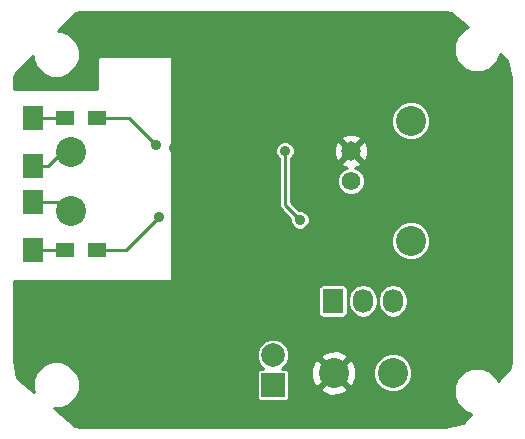
<source format=gbl>
G04 #@! TF.FileFunction,Copper,L2,Bot,Signal*
%FSLAX46Y46*%
G04 Gerber Fmt 4.6, Leading zero omitted, Abs format (unit mm)*
G04 Created by KiCad (PCBNEW 4.0.1-stable) date 11/25/2016 8:33:30 PM*
%MOMM*%
G01*
G04 APERTURE LIST*
%ADD10C,0.150000*%
%ADD11R,1.700000X2.000000*%
%ADD12R,1.500000X1.300000*%
%ADD13C,2.540000*%
%ADD14R,2.000000X2.000000*%
%ADD15C,2.000000*%
%ADD16C,1.574800*%
%ADD17C,1.651000*%
%ADD18R,1.727200X2.032000*%
%ADD19O,1.727200X2.032000*%
%ADD20C,0.889000*%
%ADD21C,0.254000*%
G04 APERTURE END LIST*
D10*
D11*
X2032000Y-9430000D03*
X2032000Y-13430000D03*
X2032000Y-20542000D03*
X2032000Y-16542000D03*
D12*
X7446000Y-9398000D03*
X4746000Y-9398000D03*
X7446000Y-20574000D03*
X4746000Y-20574000D03*
D13*
X32512000Y-30988000D03*
X27512000Y-30988000D03*
X5240000Y-17242000D03*
X5240000Y-12242000D03*
D14*
X22352000Y-32004000D03*
D15*
X22352000Y-29464000D03*
D16*
X28956000Y-14732000D03*
D17*
X28956000Y-12192000D03*
D13*
X34036000Y-9652000D03*
X34036000Y-19812000D03*
D18*
X27432000Y-24892000D03*
D19*
X29972000Y-24892000D03*
X32512000Y-24892000D03*
D20*
X14478000Y-30988000D03*
X7620000Y-28448000D03*
X15240000Y-22860000D03*
X24638000Y-8128000D03*
X16764000Y-17780000D03*
X13970000Y-11938000D03*
X17018000Y-8890000D03*
X21590000Y-12700000D03*
X24638000Y-20828000D03*
X15875000Y-33655000D03*
X12446000Y-11684000D03*
X12700000Y-17780000D03*
X23368000Y-12192000D03*
X24638000Y-18034000D03*
D21*
X2032000Y-9430000D02*
X4714000Y-9430000D01*
X4714000Y-9430000D02*
X4746000Y-9398000D01*
X2032000Y-20542000D02*
X4714000Y-20542000D01*
X4714000Y-20542000D02*
X4746000Y-20574000D01*
X7446000Y-9398000D02*
X10160000Y-9398000D01*
X10160000Y-9398000D02*
X12446000Y-11684000D01*
X7446000Y-20574000D02*
X9906000Y-20574000D01*
X9906000Y-20574000D02*
X12700000Y-17780000D01*
X23368000Y-16764000D02*
X23368000Y-12192000D01*
X24638000Y-18034000D02*
X23368000Y-16764000D01*
X5240000Y-12242000D02*
X4522000Y-12242000D01*
X4522000Y-12242000D02*
X3334000Y-13430000D01*
X3334000Y-13430000D02*
X2032000Y-13430000D01*
X5322000Y-12160000D02*
X5240000Y-12242000D01*
X2032000Y-16542000D02*
X3334000Y-16542000D01*
X3366000Y-16510000D02*
X4508000Y-16510000D01*
X3334000Y-16542000D02*
X3366000Y-16510000D01*
X4508000Y-16510000D02*
X5240000Y-17242000D01*
X5810000Y-17812000D02*
X5240000Y-17242000D01*
G36*
X37452156Y-542113D02*
X38870363Y-1723952D01*
X38503320Y-1875611D01*
X37945569Y-2432389D01*
X37643345Y-3160226D01*
X37642657Y-3948316D01*
X37943611Y-4676680D01*
X38500389Y-5234431D01*
X39228226Y-5536655D01*
X40016316Y-5537343D01*
X40744680Y-5236389D01*
X41302431Y-4679611D01*
X41588998Y-3989481D01*
X42197505Y-4496571D01*
X42505000Y-6042453D01*
X42505000Y-29957547D01*
X42390541Y-30532970D01*
X41427320Y-31688836D01*
X41304389Y-31391320D01*
X40747611Y-30833569D01*
X40019774Y-30531345D01*
X39231684Y-30530657D01*
X38503320Y-30831611D01*
X37945569Y-31388389D01*
X37643345Y-32116226D01*
X37642657Y-32904316D01*
X37943611Y-33632680D01*
X38500389Y-34190431D01*
X39126132Y-34450262D01*
X38452215Y-35258962D01*
X36893552Y-35569000D01*
X6042453Y-35569000D01*
X5567909Y-35474607D01*
X3775345Y-33980804D01*
X4392316Y-33981343D01*
X5120680Y-33680389D01*
X5678431Y-33123611D01*
X5980655Y-32395774D01*
X5981343Y-31607684D01*
X5731906Y-31004000D01*
X20963536Y-31004000D01*
X20963536Y-33004000D01*
X20990103Y-33145190D01*
X21073546Y-33274865D01*
X21200866Y-33361859D01*
X21352000Y-33392464D01*
X23352000Y-33392464D01*
X23493190Y-33365897D01*
X23622865Y-33282454D01*
X23709859Y-33155134D01*
X23740464Y-33004000D01*
X23740464Y-32335777D01*
X26343828Y-32335777D01*
X26475520Y-32630657D01*
X27183036Y-32902261D01*
X27940632Y-32882436D01*
X28548480Y-32630657D01*
X28680172Y-32335777D01*
X27512000Y-31167605D01*
X26343828Y-32335777D01*
X23740464Y-32335777D01*
X23740464Y-31004000D01*
X23713897Y-30862810D01*
X23630454Y-30733135D01*
X23522007Y-30659036D01*
X25597739Y-30659036D01*
X25617564Y-31416632D01*
X25869343Y-32024480D01*
X26164223Y-32156172D01*
X27332395Y-30988000D01*
X27691605Y-30988000D01*
X28859777Y-32156172D01*
X29154657Y-32024480D01*
X29426261Y-31316964D01*
X29426209Y-31314963D01*
X30860714Y-31314963D01*
X31111534Y-31921995D01*
X31575563Y-32386834D01*
X32182155Y-32638713D01*
X32838963Y-32639286D01*
X33445995Y-32388466D01*
X33910834Y-31924437D01*
X34162713Y-31317845D01*
X34163286Y-30661037D01*
X33912466Y-30054005D01*
X33448437Y-29589166D01*
X32841845Y-29337287D01*
X32185037Y-29336714D01*
X31578005Y-29587534D01*
X31113166Y-30051563D01*
X30861287Y-30658155D01*
X30860714Y-31314963D01*
X29426209Y-31314963D01*
X29406436Y-30559368D01*
X29154657Y-29951520D01*
X28859777Y-29819828D01*
X27691605Y-30988000D01*
X27332395Y-30988000D01*
X26164223Y-29819828D01*
X25869343Y-29951520D01*
X25597739Y-30659036D01*
X23522007Y-30659036D01*
X23503134Y-30646141D01*
X23352000Y-30615536D01*
X23153187Y-30615536D01*
X23522072Y-30247295D01*
X23732759Y-29739903D01*
X23732846Y-29640223D01*
X26343828Y-29640223D01*
X27512000Y-30808395D01*
X28680172Y-29640223D01*
X28548480Y-29345343D01*
X27840964Y-29073739D01*
X27083368Y-29093564D01*
X26475520Y-29345343D01*
X26343828Y-29640223D01*
X23732846Y-29640223D01*
X23733239Y-29190507D01*
X23523437Y-28682749D01*
X23135295Y-28293928D01*
X22627903Y-28083241D01*
X22078507Y-28082761D01*
X21570749Y-28292563D01*
X21181928Y-28680705D01*
X20971241Y-29188097D01*
X20970761Y-29737493D01*
X21180563Y-30245251D01*
X21550201Y-30615536D01*
X21352000Y-30615536D01*
X21210810Y-30642103D01*
X21081135Y-30725546D01*
X20994141Y-30852866D01*
X20963536Y-31004000D01*
X5731906Y-31004000D01*
X5680389Y-30879320D01*
X5123611Y-30321569D01*
X4395774Y-30019345D01*
X3607684Y-30018657D01*
X2879320Y-30319611D01*
X2321569Y-30876389D01*
X2019345Y-31604226D01*
X2018657Y-32392316D01*
X2097166Y-32582322D01*
X725778Y-31439498D01*
X431000Y-29957552D01*
X431000Y-23876000D01*
X26179936Y-23876000D01*
X26179936Y-25908000D01*
X26206503Y-26049190D01*
X26289946Y-26178865D01*
X26417266Y-26265859D01*
X26568400Y-26296464D01*
X28295600Y-26296464D01*
X28436790Y-26269897D01*
X28566465Y-26186454D01*
X28653459Y-26059134D01*
X28684064Y-25908000D01*
X28684064Y-24712231D01*
X28727400Y-24712231D01*
X28727400Y-25071769D01*
X28822140Y-25548057D01*
X29091935Y-25951834D01*
X29495712Y-26221629D01*
X29972000Y-26316369D01*
X30448288Y-26221629D01*
X30852065Y-25951834D01*
X31121860Y-25548057D01*
X31216600Y-25071769D01*
X31216600Y-24712231D01*
X31267400Y-24712231D01*
X31267400Y-25071769D01*
X31362140Y-25548057D01*
X31631935Y-25951834D01*
X32035712Y-26221629D01*
X32512000Y-26316369D01*
X32988288Y-26221629D01*
X33392065Y-25951834D01*
X33661860Y-25548057D01*
X33756600Y-25071769D01*
X33756600Y-24712231D01*
X33661860Y-24235943D01*
X33392065Y-23832166D01*
X32988288Y-23562371D01*
X32512000Y-23467631D01*
X32035712Y-23562371D01*
X31631935Y-23832166D01*
X31362140Y-24235943D01*
X31267400Y-24712231D01*
X31216600Y-24712231D01*
X31121860Y-24235943D01*
X30852065Y-23832166D01*
X30448288Y-23562371D01*
X29972000Y-23467631D01*
X29495712Y-23562371D01*
X29091935Y-23832166D01*
X28822140Y-24235943D01*
X28727400Y-24712231D01*
X28684064Y-24712231D01*
X28684064Y-23876000D01*
X28657497Y-23734810D01*
X28574054Y-23605135D01*
X28446734Y-23518141D01*
X28295600Y-23487536D01*
X26568400Y-23487536D01*
X26427210Y-23514103D01*
X26297535Y-23597546D01*
X26210541Y-23724866D01*
X26179936Y-23876000D01*
X431000Y-23876000D01*
X431000Y-23241000D01*
X13716000Y-23241000D01*
X13762159Y-23232315D01*
X13804553Y-23205035D01*
X13832994Y-23163410D01*
X13843000Y-23114000D01*
X13843000Y-20138963D01*
X32384714Y-20138963D01*
X32635534Y-20745995D01*
X33099563Y-21210834D01*
X33706155Y-21462713D01*
X34362963Y-21463286D01*
X34969995Y-21212466D01*
X35434834Y-20748437D01*
X35686713Y-20141845D01*
X35687286Y-19485037D01*
X35436466Y-18878005D01*
X34972437Y-18413166D01*
X34365845Y-18161287D01*
X33709037Y-18160714D01*
X33102005Y-18411534D01*
X32637166Y-18875563D01*
X32385287Y-19482155D01*
X32384714Y-20138963D01*
X13843000Y-20138963D01*
X13843000Y-12355482D01*
X22542357Y-12355482D01*
X22667767Y-12658998D01*
X22860000Y-12851567D01*
X22860000Y-16764000D01*
X22898669Y-16958403D01*
X23008790Y-17123210D01*
X23812593Y-17927013D01*
X23812357Y-18197482D01*
X23937767Y-18500998D01*
X24169781Y-18733417D01*
X24473077Y-18859357D01*
X24801482Y-18859643D01*
X25104998Y-18734233D01*
X25337417Y-18502219D01*
X25463357Y-18198923D01*
X25463643Y-17870518D01*
X25338233Y-17567002D01*
X25106219Y-17334583D01*
X24802923Y-17208643D01*
X24530826Y-17208406D01*
X23876000Y-16553580D01*
X23876000Y-14963389D01*
X27787398Y-14963389D01*
X27964901Y-15392981D01*
X28293291Y-15721943D01*
X28722571Y-15900196D01*
X29187389Y-15900602D01*
X29616981Y-15723099D01*
X29945943Y-15394709D01*
X30124196Y-14965429D01*
X30124602Y-14500611D01*
X29947099Y-14071019D01*
X29618709Y-13742057D01*
X29340318Y-13626459D01*
X29725344Y-13466976D01*
X29802610Y-13218215D01*
X28956000Y-12371605D01*
X28109390Y-13218215D01*
X28186656Y-13466976D01*
X28598227Y-13615618D01*
X28295019Y-13740901D01*
X27966057Y-14069291D01*
X27787804Y-14498571D01*
X27787398Y-14963389D01*
X23876000Y-14963389D01*
X23876000Y-12851302D01*
X24067417Y-12660219D01*
X24193357Y-12356923D01*
X24193643Y-12028518D01*
X24169105Y-11969131D01*
X27483660Y-11969131D01*
X27510447Y-12549535D01*
X27681024Y-12961344D01*
X27929785Y-13038610D01*
X28776395Y-12192000D01*
X29135605Y-12192000D01*
X29982215Y-13038610D01*
X30230976Y-12961344D01*
X30428340Y-12414869D01*
X30401553Y-11834465D01*
X30230976Y-11422656D01*
X29982215Y-11345390D01*
X29135605Y-12192000D01*
X28776395Y-12192000D01*
X27929785Y-11345390D01*
X27681024Y-11422656D01*
X27483660Y-11969131D01*
X24169105Y-11969131D01*
X24068233Y-11725002D01*
X23836219Y-11492583D01*
X23532923Y-11366643D01*
X23204518Y-11366357D01*
X22901002Y-11491767D01*
X22668583Y-11723781D01*
X22542643Y-12027077D01*
X22542357Y-12355482D01*
X13843000Y-12355482D01*
X13843000Y-11165785D01*
X28109390Y-11165785D01*
X28956000Y-12012395D01*
X29802610Y-11165785D01*
X29725344Y-10917024D01*
X29178869Y-10719660D01*
X28598465Y-10746447D01*
X28186656Y-10917024D01*
X28109390Y-11165785D01*
X13843000Y-11165785D01*
X13843000Y-9978963D01*
X32384714Y-9978963D01*
X32635534Y-10585995D01*
X33099563Y-11050834D01*
X33706155Y-11302713D01*
X34362963Y-11303286D01*
X34969995Y-11052466D01*
X35434834Y-10588437D01*
X35686713Y-9981845D01*
X35687286Y-9325037D01*
X35436466Y-8718005D01*
X34972437Y-8253166D01*
X34365845Y-8001287D01*
X33709037Y-8000714D01*
X33102005Y-8251534D01*
X32637166Y-8715563D01*
X32385287Y-9322155D01*
X32384714Y-9978963D01*
X13843000Y-9978963D01*
X13843000Y-4318000D01*
X13834315Y-4271841D01*
X13807035Y-4229447D01*
X13765410Y-4201006D01*
X13716000Y-4191000D01*
X7620000Y-4191000D01*
X7573841Y-4199685D01*
X7531447Y-4226965D01*
X7503006Y-4268590D01*
X7493000Y-4318000D01*
X7493000Y-6985000D01*
X431000Y-6985000D01*
X431000Y-6042448D01*
X503962Y-5675644D01*
X2018859Y-4160747D01*
X2018657Y-4392316D01*
X2319611Y-5120680D01*
X2876389Y-5678431D01*
X3604226Y-5980655D01*
X4392316Y-5981343D01*
X5120680Y-5680389D01*
X5678431Y-5123611D01*
X5980655Y-4395774D01*
X5981343Y-3607684D01*
X5680389Y-2879320D01*
X5123611Y-2321569D01*
X4395774Y-2019345D01*
X4160466Y-2019140D01*
X5675643Y-503963D01*
X6042453Y-431000D01*
X36893552Y-431000D01*
X37452156Y-542113D01*
X37452156Y-542113D01*
G37*
X37452156Y-542113D02*
X38870363Y-1723952D01*
X38503320Y-1875611D01*
X37945569Y-2432389D01*
X37643345Y-3160226D01*
X37642657Y-3948316D01*
X37943611Y-4676680D01*
X38500389Y-5234431D01*
X39228226Y-5536655D01*
X40016316Y-5537343D01*
X40744680Y-5236389D01*
X41302431Y-4679611D01*
X41588998Y-3989481D01*
X42197505Y-4496571D01*
X42505000Y-6042453D01*
X42505000Y-29957547D01*
X42390541Y-30532970D01*
X41427320Y-31688836D01*
X41304389Y-31391320D01*
X40747611Y-30833569D01*
X40019774Y-30531345D01*
X39231684Y-30530657D01*
X38503320Y-30831611D01*
X37945569Y-31388389D01*
X37643345Y-32116226D01*
X37642657Y-32904316D01*
X37943611Y-33632680D01*
X38500389Y-34190431D01*
X39126132Y-34450262D01*
X38452215Y-35258962D01*
X36893552Y-35569000D01*
X6042453Y-35569000D01*
X5567909Y-35474607D01*
X3775345Y-33980804D01*
X4392316Y-33981343D01*
X5120680Y-33680389D01*
X5678431Y-33123611D01*
X5980655Y-32395774D01*
X5981343Y-31607684D01*
X5731906Y-31004000D01*
X20963536Y-31004000D01*
X20963536Y-33004000D01*
X20990103Y-33145190D01*
X21073546Y-33274865D01*
X21200866Y-33361859D01*
X21352000Y-33392464D01*
X23352000Y-33392464D01*
X23493190Y-33365897D01*
X23622865Y-33282454D01*
X23709859Y-33155134D01*
X23740464Y-33004000D01*
X23740464Y-32335777D01*
X26343828Y-32335777D01*
X26475520Y-32630657D01*
X27183036Y-32902261D01*
X27940632Y-32882436D01*
X28548480Y-32630657D01*
X28680172Y-32335777D01*
X27512000Y-31167605D01*
X26343828Y-32335777D01*
X23740464Y-32335777D01*
X23740464Y-31004000D01*
X23713897Y-30862810D01*
X23630454Y-30733135D01*
X23522007Y-30659036D01*
X25597739Y-30659036D01*
X25617564Y-31416632D01*
X25869343Y-32024480D01*
X26164223Y-32156172D01*
X27332395Y-30988000D01*
X27691605Y-30988000D01*
X28859777Y-32156172D01*
X29154657Y-32024480D01*
X29426261Y-31316964D01*
X29426209Y-31314963D01*
X30860714Y-31314963D01*
X31111534Y-31921995D01*
X31575563Y-32386834D01*
X32182155Y-32638713D01*
X32838963Y-32639286D01*
X33445995Y-32388466D01*
X33910834Y-31924437D01*
X34162713Y-31317845D01*
X34163286Y-30661037D01*
X33912466Y-30054005D01*
X33448437Y-29589166D01*
X32841845Y-29337287D01*
X32185037Y-29336714D01*
X31578005Y-29587534D01*
X31113166Y-30051563D01*
X30861287Y-30658155D01*
X30860714Y-31314963D01*
X29426209Y-31314963D01*
X29406436Y-30559368D01*
X29154657Y-29951520D01*
X28859777Y-29819828D01*
X27691605Y-30988000D01*
X27332395Y-30988000D01*
X26164223Y-29819828D01*
X25869343Y-29951520D01*
X25597739Y-30659036D01*
X23522007Y-30659036D01*
X23503134Y-30646141D01*
X23352000Y-30615536D01*
X23153187Y-30615536D01*
X23522072Y-30247295D01*
X23732759Y-29739903D01*
X23732846Y-29640223D01*
X26343828Y-29640223D01*
X27512000Y-30808395D01*
X28680172Y-29640223D01*
X28548480Y-29345343D01*
X27840964Y-29073739D01*
X27083368Y-29093564D01*
X26475520Y-29345343D01*
X26343828Y-29640223D01*
X23732846Y-29640223D01*
X23733239Y-29190507D01*
X23523437Y-28682749D01*
X23135295Y-28293928D01*
X22627903Y-28083241D01*
X22078507Y-28082761D01*
X21570749Y-28292563D01*
X21181928Y-28680705D01*
X20971241Y-29188097D01*
X20970761Y-29737493D01*
X21180563Y-30245251D01*
X21550201Y-30615536D01*
X21352000Y-30615536D01*
X21210810Y-30642103D01*
X21081135Y-30725546D01*
X20994141Y-30852866D01*
X20963536Y-31004000D01*
X5731906Y-31004000D01*
X5680389Y-30879320D01*
X5123611Y-30321569D01*
X4395774Y-30019345D01*
X3607684Y-30018657D01*
X2879320Y-30319611D01*
X2321569Y-30876389D01*
X2019345Y-31604226D01*
X2018657Y-32392316D01*
X2097166Y-32582322D01*
X725778Y-31439498D01*
X431000Y-29957552D01*
X431000Y-23876000D01*
X26179936Y-23876000D01*
X26179936Y-25908000D01*
X26206503Y-26049190D01*
X26289946Y-26178865D01*
X26417266Y-26265859D01*
X26568400Y-26296464D01*
X28295600Y-26296464D01*
X28436790Y-26269897D01*
X28566465Y-26186454D01*
X28653459Y-26059134D01*
X28684064Y-25908000D01*
X28684064Y-24712231D01*
X28727400Y-24712231D01*
X28727400Y-25071769D01*
X28822140Y-25548057D01*
X29091935Y-25951834D01*
X29495712Y-26221629D01*
X29972000Y-26316369D01*
X30448288Y-26221629D01*
X30852065Y-25951834D01*
X31121860Y-25548057D01*
X31216600Y-25071769D01*
X31216600Y-24712231D01*
X31267400Y-24712231D01*
X31267400Y-25071769D01*
X31362140Y-25548057D01*
X31631935Y-25951834D01*
X32035712Y-26221629D01*
X32512000Y-26316369D01*
X32988288Y-26221629D01*
X33392065Y-25951834D01*
X33661860Y-25548057D01*
X33756600Y-25071769D01*
X33756600Y-24712231D01*
X33661860Y-24235943D01*
X33392065Y-23832166D01*
X32988288Y-23562371D01*
X32512000Y-23467631D01*
X32035712Y-23562371D01*
X31631935Y-23832166D01*
X31362140Y-24235943D01*
X31267400Y-24712231D01*
X31216600Y-24712231D01*
X31121860Y-24235943D01*
X30852065Y-23832166D01*
X30448288Y-23562371D01*
X29972000Y-23467631D01*
X29495712Y-23562371D01*
X29091935Y-23832166D01*
X28822140Y-24235943D01*
X28727400Y-24712231D01*
X28684064Y-24712231D01*
X28684064Y-23876000D01*
X28657497Y-23734810D01*
X28574054Y-23605135D01*
X28446734Y-23518141D01*
X28295600Y-23487536D01*
X26568400Y-23487536D01*
X26427210Y-23514103D01*
X26297535Y-23597546D01*
X26210541Y-23724866D01*
X26179936Y-23876000D01*
X431000Y-23876000D01*
X431000Y-23241000D01*
X13716000Y-23241000D01*
X13762159Y-23232315D01*
X13804553Y-23205035D01*
X13832994Y-23163410D01*
X13843000Y-23114000D01*
X13843000Y-20138963D01*
X32384714Y-20138963D01*
X32635534Y-20745995D01*
X33099563Y-21210834D01*
X33706155Y-21462713D01*
X34362963Y-21463286D01*
X34969995Y-21212466D01*
X35434834Y-20748437D01*
X35686713Y-20141845D01*
X35687286Y-19485037D01*
X35436466Y-18878005D01*
X34972437Y-18413166D01*
X34365845Y-18161287D01*
X33709037Y-18160714D01*
X33102005Y-18411534D01*
X32637166Y-18875563D01*
X32385287Y-19482155D01*
X32384714Y-20138963D01*
X13843000Y-20138963D01*
X13843000Y-12355482D01*
X22542357Y-12355482D01*
X22667767Y-12658998D01*
X22860000Y-12851567D01*
X22860000Y-16764000D01*
X22898669Y-16958403D01*
X23008790Y-17123210D01*
X23812593Y-17927013D01*
X23812357Y-18197482D01*
X23937767Y-18500998D01*
X24169781Y-18733417D01*
X24473077Y-18859357D01*
X24801482Y-18859643D01*
X25104998Y-18734233D01*
X25337417Y-18502219D01*
X25463357Y-18198923D01*
X25463643Y-17870518D01*
X25338233Y-17567002D01*
X25106219Y-17334583D01*
X24802923Y-17208643D01*
X24530826Y-17208406D01*
X23876000Y-16553580D01*
X23876000Y-14963389D01*
X27787398Y-14963389D01*
X27964901Y-15392981D01*
X28293291Y-15721943D01*
X28722571Y-15900196D01*
X29187389Y-15900602D01*
X29616981Y-15723099D01*
X29945943Y-15394709D01*
X30124196Y-14965429D01*
X30124602Y-14500611D01*
X29947099Y-14071019D01*
X29618709Y-13742057D01*
X29340318Y-13626459D01*
X29725344Y-13466976D01*
X29802610Y-13218215D01*
X28956000Y-12371605D01*
X28109390Y-13218215D01*
X28186656Y-13466976D01*
X28598227Y-13615618D01*
X28295019Y-13740901D01*
X27966057Y-14069291D01*
X27787804Y-14498571D01*
X27787398Y-14963389D01*
X23876000Y-14963389D01*
X23876000Y-12851302D01*
X24067417Y-12660219D01*
X24193357Y-12356923D01*
X24193643Y-12028518D01*
X24169105Y-11969131D01*
X27483660Y-11969131D01*
X27510447Y-12549535D01*
X27681024Y-12961344D01*
X27929785Y-13038610D01*
X28776395Y-12192000D01*
X29135605Y-12192000D01*
X29982215Y-13038610D01*
X30230976Y-12961344D01*
X30428340Y-12414869D01*
X30401553Y-11834465D01*
X30230976Y-11422656D01*
X29982215Y-11345390D01*
X29135605Y-12192000D01*
X28776395Y-12192000D01*
X27929785Y-11345390D01*
X27681024Y-11422656D01*
X27483660Y-11969131D01*
X24169105Y-11969131D01*
X24068233Y-11725002D01*
X23836219Y-11492583D01*
X23532923Y-11366643D01*
X23204518Y-11366357D01*
X22901002Y-11491767D01*
X22668583Y-11723781D01*
X22542643Y-12027077D01*
X22542357Y-12355482D01*
X13843000Y-12355482D01*
X13843000Y-11165785D01*
X28109390Y-11165785D01*
X28956000Y-12012395D01*
X29802610Y-11165785D01*
X29725344Y-10917024D01*
X29178869Y-10719660D01*
X28598465Y-10746447D01*
X28186656Y-10917024D01*
X28109390Y-11165785D01*
X13843000Y-11165785D01*
X13843000Y-9978963D01*
X32384714Y-9978963D01*
X32635534Y-10585995D01*
X33099563Y-11050834D01*
X33706155Y-11302713D01*
X34362963Y-11303286D01*
X34969995Y-11052466D01*
X35434834Y-10588437D01*
X35686713Y-9981845D01*
X35687286Y-9325037D01*
X35436466Y-8718005D01*
X34972437Y-8253166D01*
X34365845Y-8001287D01*
X33709037Y-8000714D01*
X33102005Y-8251534D01*
X32637166Y-8715563D01*
X32385287Y-9322155D01*
X32384714Y-9978963D01*
X13843000Y-9978963D01*
X13843000Y-4318000D01*
X13834315Y-4271841D01*
X13807035Y-4229447D01*
X13765410Y-4201006D01*
X13716000Y-4191000D01*
X7620000Y-4191000D01*
X7573841Y-4199685D01*
X7531447Y-4226965D01*
X7503006Y-4268590D01*
X7493000Y-4318000D01*
X7493000Y-6985000D01*
X431000Y-6985000D01*
X431000Y-6042448D01*
X503962Y-5675644D01*
X2018859Y-4160747D01*
X2018657Y-4392316D01*
X2319611Y-5120680D01*
X2876389Y-5678431D01*
X3604226Y-5980655D01*
X4392316Y-5981343D01*
X5120680Y-5680389D01*
X5678431Y-5123611D01*
X5980655Y-4395774D01*
X5981343Y-3607684D01*
X5680389Y-2879320D01*
X5123611Y-2321569D01*
X4395774Y-2019345D01*
X4160466Y-2019140D01*
X5675643Y-503963D01*
X6042453Y-431000D01*
X36893552Y-431000D01*
X37452156Y-542113D01*
M02*

</source>
